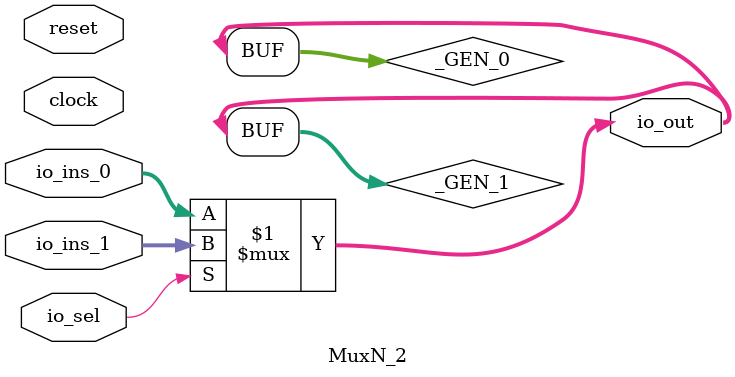
<source format=v>
module MuxN_2(
  input         clock,
  input         reset,
  input  [63:0] io_ins_0,
  input  [63:0] io_ins_1,
  input         io_sel,
  output [63:0] io_out
);
  wire [63:0] _GEN_0;
  wire [63:0] _GEN_1;
  assign io_out = _GEN_0;
  assign _GEN_0 = _GEN_1;
  assign _GEN_1 = io_sel ? io_ins_1 : io_ins_0;
endmodule
</source>
